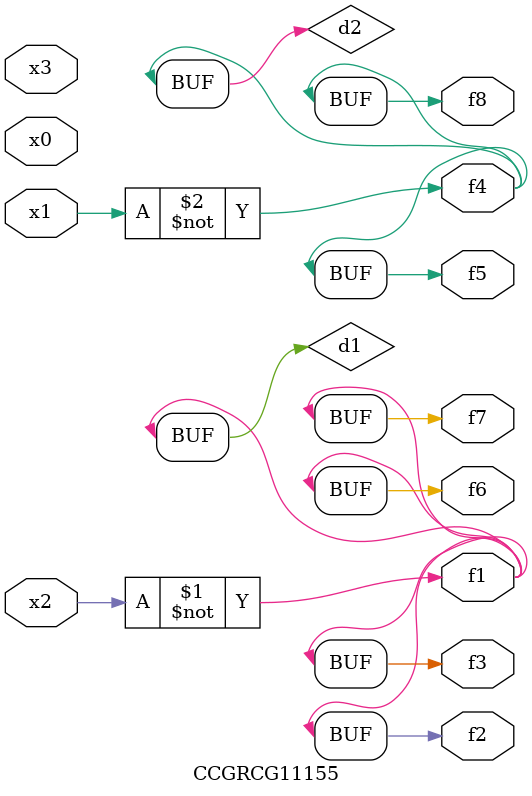
<source format=v>
module CCGRCG11155(
	input x0, x1, x2, x3,
	output f1, f2, f3, f4, f5, f6, f7, f8
);

	wire d1, d2;

	xnor (d1, x2);
	not (d2, x1);
	assign f1 = d1;
	assign f2 = d1;
	assign f3 = d1;
	assign f4 = d2;
	assign f5 = d2;
	assign f6 = d1;
	assign f7 = d1;
	assign f8 = d2;
endmodule

</source>
